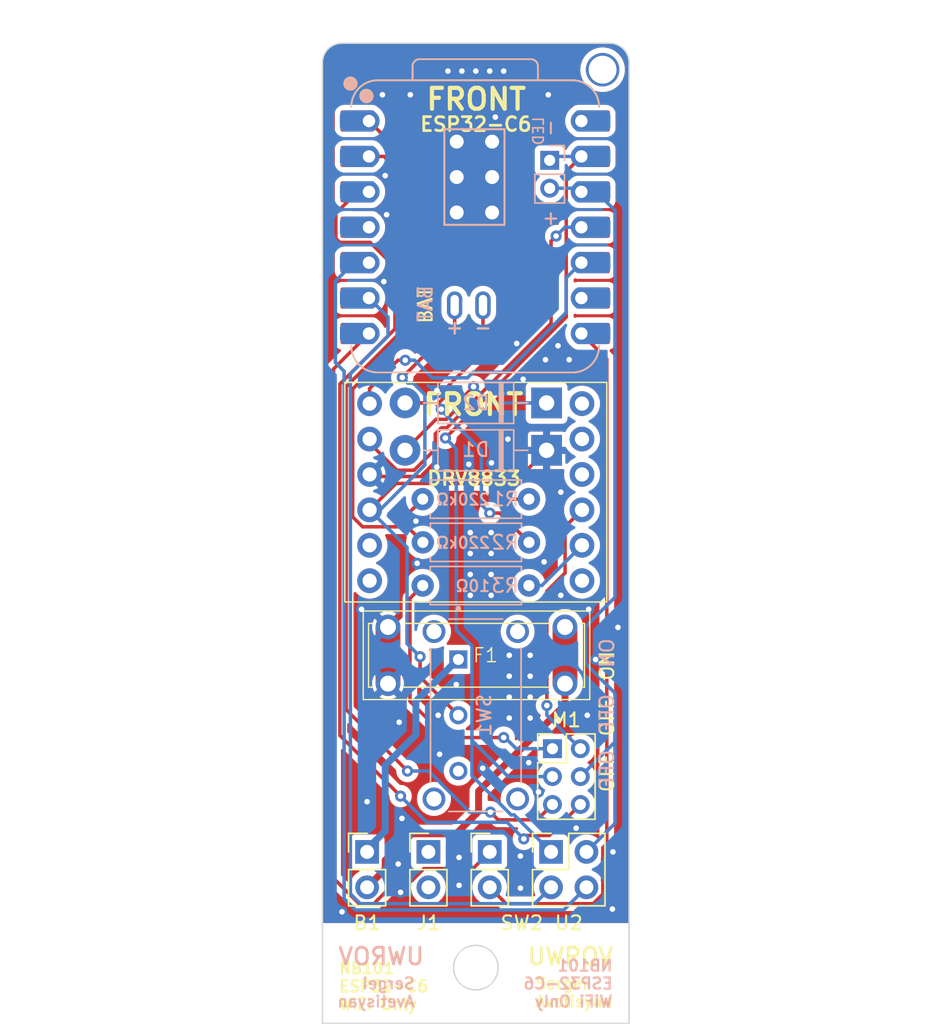
<source format=kicad_pcb>
(kicad_pcb (version 20240108) (generator "pcbnew") (generator_version "8.0")
  (layers (0 "F.Cu" signal) (31 "B.Cu" signal) (34 "B.Paste" user) (35 "F.Paste" user) (36 "B.SilkS" user "B.Silkscreen") (37 "F.SilkS" user "F.Silkscreen") (38 "B.Mask" user) (39 "F.Mask" user) (44 "Edge.Cuts" user))
  (net 0 "")
  (net 1 "Net-(B1-+)")
  (net 2 "Net-(B1--)")
  (net 3 "Net-(D1-K)")
  (net 4 "Net-(SW1-B)")
  (net 5 "Net-(D1-A)")
  (net 6 "Net-(D2-A)")
  (net 7 "Net-(M1--)")
  (net 8 "Net-(M1-+)")
  (net 9 "Net-(U1-D0)")
  (net 10 "Net-(U3-Out4)")
  (net 12 "Net-(SW2-COM)")
  (net 15 "Net-(U1-D5_SCL)")
  (net 16 "Net-(U1-D9)")
  (net 17 "unconnected-(U1-D2-Pad3)")
  (net 18 "unconnected-(U1-D1-Pad2)")
  (net 19 "Net-(U1-D10)")
  (net 21 "Net-(U1-D4_SDA)")
  (net 22 "Net-(U1-VCC_3V3)")
  (net 29 "Net-(U1-GND)")
  (net 30 "Net-(SW2-NC)")
  (footprint "NanoBoardFootprints:XIAO-ESP32C6-DIP" (layer "F.Cu") (at 140 80)
    (property "Reference" "U1")
    (property "Value" "XiaoESP32C6" (hide yes))
    (pad "1" smd roundrect (at -8.5 -7.62 180) (size 2.432 1.524) (layers "F.Cu" "F.Mask") (roundrect_rratio 0.1) (net 9 "Net-(U1-D0)"))
    (pad "1" smd roundrect (at -8.43625 -7.62) (size 2.6485 1.524) (layers "B.Cu" "B.Mask") (net 9 "Net-(U1-D0)"))
    (pad "1" thru_hole circle (at -7.665 -7.62 180) (size 1.524 1.524) (drill 0.889) (layers "*.Cu" "*.Mask") (net 9 "Net-(U1-D0)"))
    (pad "2" smd roundrect (at -8.5 -5.08 180) (size 2.432 1.524) (layers "F.Cu" "F.Mask") (roundrect_rratio 0.1) (net 18 "unconnected-(U1-D1-Pad2)"))
    (pad "2" smd roundrect (at -8.427 -5.08) (size 2.6485 1.524) (layers "B.Cu" "B.Mask") (net 18 "unconnected-(U1-D1-Pad2)"))
    (pad "2" thru_hole circle (at -7.665 -5.08 180) (size 1.524 1.524) (drill 0.889) (layers "*.Cu" "*.Mask") (net 18 "unconnected-(U1-D1-Pad2)"))
    (pad "3" smd roundrect (at -8.5 -2.54 180) (size 2.432 1.524) (layers "F.Cu" "F.Mask") (roundrect_rratio 0.1) (net 17 "unconnected-(U1-D2-Pad3)"))
    (pad "3" smd roundrect (at -8.427 -2.54) (size 2.6485 1.524) (layers "B.Cu" "B.Mask") (net 17 "unconnected-(U1-D2-Pad3)"))
    (pad "3" thru_hole circle (at -7.665 -2.54 180) (size 1.524 1.524) (drill 0.889) (layers "*.Cu" "*.Mask") (net 17 "unconnected-(U1-D2-Pad3)"))
    (pad "4" smd roundrect (at -8.5 0 180) (size 2.432 1.524) (layers "F.Cu" "F.Mask") (roundrect_rratio 0.1))
    (pad "4" smd roundrect (at -8.427 0) (size 2.6485 1.524) (layers "B.Cu" "B.Mask"))
    (pad "4" thru_hole circle (at -7.665 0 180) (size 1.524 1.524) (drill 0.889) (layers "*.Cu" "*.Mask"))
    (pad "5" smd roundrect (at -8.5 2.54 180) (size 2.432 1.524) (layers "F.Cu" "F.Mask") (roundrect_rratio 0.1) (net 21 "Net-(U1-D4_SDA)"))
    (pad "5" smd roundrect (at -8.427 2.54) (size 2.6485 1.524) (layers "B.Cu" "B.Mask") (net 21 "Net-(U1-D4_SDA)"))
    (pad "5" thru_hole circle (at -7.665 2.54 180) (size 1.524 1.524) (drill 0.889) (layers "*.Cu" "*.Mask") (net 21 "Net-(U1-D4_SDA)"))
    (pad "6" smd roundrect (at -8.5 5.08 180) (size 2.432 1.524) (layers "F.Cu" "F.Mask") (roundrect_rratio 0.1) (net 15 "Net-(U1-D5_SCL)"))
    (pad "6" smd roundrect (at -8.427 5.08) (size 2.6485 1.524) (layers "B.Cu" "B.Mask") (net 15 "Net-(U1-D5_SCL)"))
    (pad "6" thru_hole circle (at -7.665 5.08 180) (size 1.524 1.524) (drill 0.889) (layers "*.Cu" "*.Mask") (net 15 "Net-(U1-D5_SCL)"))
    (pad "7" smd roundrect (at -8.5 7.62 180) (size 2.432 1.524) (layers "F.Cu" "F.Mask") (roundrect_rratio 0.1) (net 12 "Net-(SW2-COM)"))
    (pad "7" smd roundrect (at -8.427 7.62) (size 2.6485 1.524) (layers "B.Cu" "B.Mask") (net 12 "Net-(SW2-COM)"))
    (pad "7" thru_hole circle (at -7.665 7.62 180) (size 1.524 1.524) (drill 0.889) (layers "*.Cu" "*.Mask") (net 12 "Net-(SW2-COM)"))
    (pad "8" thru_hole circle (at 7.575 7.62) (size 1.524 1.524) (drill 0.889) (layers "*.Cu" "*.Mask") (net 30 "Net-(SW2-NC)"))
    (pad "8" smd roundrect (at 8.337 7.62) (size 2.6485 1.524) (layers "B.Cu" "B.Mask") (net 30 "Net-(SW2-NC)"))
    (pad "8" smd roundrect (at 8.41 7.62) (size 2.432 1.524) (layers "F.Cu" "F.Mask") (roundrect_rratio 0.1) (net 30 "Net-(SW2-NC)"))
    (pad "9" thru_hole circle (at 7.575 5.08) (size 1.524 1.524) (drill 0.889) (layers "*.Cu" "*.Mask"))
    (pad "9" smd roundrect (at 8.337 5.08) (size 2.6485 1.524) (layers "B.Cu" "B.Mask"))
    (pad "9" smd roundrect (at 8.41 5.08) (size 2.432 1.524) (layers "F.Cu" "F.Mask") (roundrect_rratio 0.1))
    (pad "10" thru_hole circle (at 7.575 2.54) (size 1.524 1.524) (drill 0.889) (layers "*.Cu" "*.Mask") (net 16 "Net-(U1-D9)"))
    (pad "10" smd roundrect (at 8.337 2.54) (size 2.6485 1.524) (layers "B.Cu" "B.Mask") (net 16 "Net-(U1-D9)"))
    (pad "10" smd roundrect (at 8.41 2.54) (size 2.432 1.524) (layers "F.Cu" "F.Mask") (roundrect_rratio 0.1) (net 16 "Net-(U1-D9)"))
    (pad "11" thru_hole circle (at 7.575 0) (size 1.524 1.524) (drill 0.889) (layers "*.Cu" "*.Mask") (net 19 "Net-(U1-D10)"))
    (pad "11" smd roundrect (at 8.337 0) (size 2.6485 1.524) (layers "B.Cu" "B.Mask") (net 19 "Net-(U1-D10)"))
    (pad "11" smd roundrect (at 8.41 0) (size 2.432 1.524) (layers "F.Cu" "F.Mask") (roundrect_rratio 0.1) (net 19 "Net-(U1-D10)"))
    (pad "12" thru_hole circle (at 7.575 -2.54) (size 1.524 1.524) (drill 0.889) (layers "*.Cu" "*.Mask") (net 22 "Net-(U1-VCC_3V3)"))
    (pad "12" smd roundrect (at 8.337 -2.54) (size 2.6485 1.524) (layers "B.Cu" "B.Mask") (net 22 "Net-(U1-VCC_3V3)"))
    (pad "12" smd roundrect (at 8.41 -2.54) (size 2.432 1.524) (layers "F.Cu" "F.Mask") (roundrect_rratio 0.1) (net 22 "Net-(U1-VCC_3V3)"))
    (pad "13" thru_hole circle (at 7.575 -5.08) (size 1.524 1.524) (drill 0.889) (layers "*.Cu" "*.Mask") (net 29 "Net-(U1-GND)"))
    (pad "13" smd roundrect (at 8.337 -5.08) (size 2.6485 1.524) (layers "B.Cu" "B.Mask") (net 29 "Net-(U1-GND)"))
    (pad "13" smd roundrect (at 8.41 -5.08) (size 2.432 1.524) (layers "F.Cu" "F.Mask") (roundrect_rratio 0.1) (net 29 "Net-(U1-GND)"))
    (pad "14" thru_hole circle (at 7.575 -7.62) (size 1.524 1.524) (drill 0.889) (layers "*.Cu" "*.Mask"))
    (pad "14" smd roundrect (at 8.337 -7.62) (size 2.6485 1.524) (layers "B.Cu" "B.Mask"))
    (pad "14" smd roundrect (at 8.41 -7.62) (size 2.432 1.524) (layers "F.Cu" "F.Mask") (roundrect_rratio 0.1))
  )
  (footprint "Connector_PinHeader_2.00mm:PinHeader_2x03_P2.00mm_Vertical" (layer "F.Cu") (at 138.63 73.86)
    (property "Reference" "M1" (hide yes))
    (property "Value" "PinHeader_2x03_P2.00mm_Vertical" (hide yes))
    (pad "1" thru_hole oval (at 0 0) (size 1.35 1.35) (drill 1) (layers "*.Cu" "*.Mask"))
    (pad "2" thru_hole oval (at 2.54 0) (size 1.35 1.35) (drill 1) (layers "*.Cu" "*.Mask"))
    (pad "3" thru_hole oval (at 0 2.54) (size 1.35 1.35) (drill 1) (layers "*.Cu" "*.Mask"))
    (pad "4" thru_hole oval (at 2.54 2.54) (size 1.35 1.35) (drill 1) (layers "*.Cu" "*.Mask"))
    (pad "5" thru_hole oval (at 0 5.08) (size 1.35 1.35) (drill 1) (layers "*.Cu" "*.Mask"))
    (pad "6" thru_hole oval (at 2.54 5.08) (size 1.35 1.35) (drill 1) (layers "*.Cu" "*.Mask"))
  )
  (footprint "Connector_PinHeader_2.54mm:PinHeader_2x02_P2.54mm_Vertical" (layer "F.Cu") (at 145.4 124.8)
    (property "Reference" "U2" (at 1.27 5.1 0) (layer "F.SilkS"))
    (property "Value" "MS583730BA01-50" (hide yes))
    (pad "1" thru_hole rect (at 0 0) (size 1.7 1.7) (drill 1) (layers "*.Cu" "*.Mask") (net 29 "Net-(U1-GND)"))
    (pad "2" thru_hole oval (at 2.54 0) (size 1.7 1.7) (drill 1) (layers "*.Cu" "*.Mask") (net 22 "Net-(U1-VCC_3V3)"))
    (pad "3" thru_hole oval (at 0 2.54) (size 1.7 1.7) (drill 1) (layers "*.Cu" "*.Mask") (net 15 "Net-(U1-D5_SCL)"))
    (pad "4" thru_hole oval (at 2.54 2.54) (size 1.7 1.7) (drill 1) (layers "*.Cu" "*.Mask") (net 21 "Net-(U1-D4_SDA)"))
  )
  (footprint "NanoBoardFootprints:Fuse-Holder-01110501Z" (layer "F.Cu") (at 140.05 110.7)
    (property "Reference" "F1" (at 0.65 0 0) (layer "F.SilkS") (effects (font (thickness 0.1))))
    (property "Value" "0.5A Fuse")
    (pad "1" thru_hole circle (at -6.35 -2.032) (size 1.778 1.778) (drill 1.143) (layers "*.Cu" "*.Mask") (net 3 "Net-(D1-K)"))
    (pad "1" smd rect (at -6.35 0) (size 1.778 4.064) (layers "F.Cu" "F.Mask") (net 3 "Net-(D1-K)"))
    (pad "1" thru_hole circle (at -6.35 2.032) (size 1.778 1.778) (drill 1.143) (layers "*.Cu" "*.Mask") (net 3 "Net-(D1-K)"))
    (pad "2" thru_hole circle (at 6.35 -2.032) (size 1.778 1.778) (drill 1.143) (layers "*.Cu" "*.Mask") (net 2 "Net-(B1--)"))
    (pad "2" smd rect (at 6.35 0) (size 1.778 4.064) (layers "F.Cu" "F.Mask") (net 2 "Net-(B1--)"))
    (pad "2" thru_hole circle (at 6.35 2.032) (size 1.778 1.778) (drill 1.143) (layers "*.Cu" "*.Mask") (net 2 "Net-(B1--)"))
  )
  (footprint "Connector_PinHeader_2.00mm:PinHeader_2x03_P2.00mm_Vertical" (layer "F.Cu") (at 145.5 117.4)
    (property "Reference" "M1" (at 1 -2.06 0) (layer "F.SilkS"))
    (property "Value" "PinHeader_2x03_P2.00mm_Vertical" (hide yes))
    (pad "1" thru_hole rect (at 0 0) (size 1.35 1.35) (drill 0.8) (layers "*.Cu" "*.Mask") (net 7 "Net-(M1--)"))
    (pad "2" thru_hole oval (at 2 0) (size 1.35 1.35) (drill 0.8) (layers "*.Cu" "*.Mask") (net 8 "Net-(M1-+)"))
    (pad "3" thru_hole oval (at 0 2) (size 1.35 1.35) (drill 0.8) (layers "*.Cu" "*.Mask") (net 29 "Net-(U1-GND)"))
    (pad "4" thru_hole oval (at 2 2) (size 1.35 1.35) (drill 0.8) (layers "*.Cu" "*.Mask") (net 22 "Net-(U1-VCC_3V3)"))
    (pad "5" thru_hole oval (at 0 4) (size 1.35 1.35) (drill 0.8) (layers "*.Cu" "*.Mask") (net 18 "unconnected-(U1-D1-Pad2)"))
    (pad "6" thru_hole oval (at 2 4) (size 1.35 1.35) (drill 0.8) (layers "*.Cu" "*.Mask") (net 17 "unconnected-(U1-D2-Pad3)"))
  )
  (footprint "Connector_PinHeader_2.54mm:PinHeader_1x02_P2.54mm_Vertical" (layer "F.Cu") (at 132.2 124.8)
    (property "Reference" "B1" (at 0 5.1 0) (layer "F.SilkS"))
    (property "Value" "6V" (hide yes))
    (pad "1" thru_hole rect (at 0 0) (size 1.7 1.7) (drill 1) (layers "*.Cu" "*.Mask") (net 1 "Net-(B1-+)"))
    (pad "2" thru_hole oval (at 0 2.54) (size 1.7 1.7) (drill 1) (layers "*.Cu" "*.Mask") (net 2 "Net-(B1--)"))
  )
  (footprint "Connector_PinHeader_2.54mm:PinHeader_1x02_P2.54mm_Vertical" (layer "F.Cu") (at 136.6 124.8)
    (property "Reference" "J1" (at 0 5.1 0) (layer "F.SilkS"))
    (property "Value" "Motor_DC" (hide yes))
    (pad "1" thru_hole rect (at 0 0) (size 1.7 1.7) (drill 1) (layers "*.Cu" "*.Mask"))
    (pad "2" thru_hole oval (at 0 2.54) (size 1.7 1.7) (drill 1) (layers "*.Cu" "*.Mask"))
  )
  (footprint "Connector_PinHeader_2.54mm:PinHeader_1x02_P2.54mm_Vertical" (layer "F.Cu") (at 141 124.8)
    (property "Reference" "SW2" (at 2.3 5.1 0) (layer "F.SilkS"))
    (property "Value" "Limit Switch" (hide yes))
    (pad "1" thru_hole rect (at 0 0) (size 1.7 1.7) (drill 1) (layers "*.Cu" "*.Mask") (net 12 "Net-(SW2-COM)"))
    (pad "2" thru_hole oval (at 0 2.54) (size 1.7 1.7) (drill 1) (layers "*.Cu" "*.Mask") (net 30 "Net-(SW2-NC)"))
  )
  (footprint "TestPoint:TestPoint_THTPad_D1.0mm_Drill0.5mm" (layer "F.Cu") (at 149.1 68.7)
    (property "Reference" "REF**" (hide yes))
    (property "Value" "TestPoint_THTPad_D1.0mm_Drill0.5mm" (hide yes))
    (pad "1" thru_hole circle (at 0 0) (size 2.4 2.4) (drill 2) (layers "*.Cu" "*.Mask"))
  )
  (footprint "NanoBoardFootprints:DRV8833-THT" (layer "F.Cu") (at 140 99)
    (property "Reference" "U3" (hide yes))
    (property "Value" "DRV8833-THT" (hide yes))
    (pad "1" thru_hole circle (at 7.62 -6.35) (size 1.778 1.778) (drill 1.016) (layers "*.Cu" "*.Mask"))
    (pad "2" thru_hole circle (at 7.62 -3.81) (size 1.778 1.778) (drill 1.016) (layers "*.Cu" "*.Mask"))
    (pad "3" thru_hole circle (at 7.62 -1.27) (size 1.778 1.778) (drill 1.016) (layers "*.Cu" "*.Mask"))
    (pad "4" thru_hole circle (at 7.62 1.27) (size 1.778 1.778) (drill 1.016) (layers "*.Cu" "*.Mask") (net 8 "Net-(M1-+)"))
    (pad "5" thru_hole circle (at 7.62 3.81) (size 1.778 1.778) (drill 1.016) (layers "*.Cu" "*.Mask") (net 10 "Net-(U3-Out4)"))
    (pad "6" thru_hole circle (at 7.62 6.35) (size 1.778 1.778) (drill 1.016) (layers "*.Cu" "*.Mask"))
    (pad "7" thru_hole circle (at -7.62 6.35) (size 1.778 1.778) (drill 1.016) (layers "*.Cu" "*.Mask"))
    (pad "8" thru_hole circle (at -7.62 3.81) (size 1.778 1.778) (drill 1.016) (layers "*.Cu" "*.Mask"))
    (pad "9" thru_hole circle (at -7.62 1.27) (size 1.778 1.778) (drill 1.016) (layers "*.Cu" "*.Mask") (net 4 "Net-(SW1-B)"))
    (pad "10" thru_hole circle (at -7.62 -1.27) (size 1.778 1.778) (drill 1.016) (layers "*.Cu" "*.Mask") (net 3 "Net-(D1-K)"))
    (pad "11" thru_hole circle (at -7.62 -3.81) (size 1.778 1.778) (drill 1.016) (layers "*.Cu" "*.Mask") (net 19 "Net-(U1-D10)"))
    (pad "12" thru_hole circle (at -7.62 -6.35) (size 1.778 1.778) (drill 1.016) (layers "*.Cu" "*.Mask") (net 16 "Net-(U1-D9)"))
  )
  (footprint "Resistor_THT:R_Axial_DIN0207_L6.3mm_D2.5mm_P7.62mm_Horizontal" (layer "B.Cu") (at 143.81 99.5 180)
    (property "Reference" "R1" (at 1.71 0 0) (layer "B.SilkS") (effects (justify mirror)))
    (property "Value" "220kOhm" (hide yes))
    (pad "1" thru_hole circle (at 0 0 180) (size 1.6 1.6) (drill 0.8) (layers "*.Cu" "*.Mask") (net 4 "Net-(SW1-B)"))
    (pad "2" thru_hole oval (at 7.62 0 180) (size 1.6 1.6) (drill 0.8) (layers "*.Cu" "*.Mask") (net 9 "Net-(U1-D0)"))
  )
  (footprint "Diode_THT:D_DO-41_SOD81_P10.16mm_Horizontal" (layer "B.Cu") (at 145.08 92.6 180)
    (property "Reference" "D2" (at 5.08 0 0) (layer "B.SilkS") (effects (justify mirror)))
    (property "Value" "Rectifier Diode" (hide yes))
    (pad "1" thru_hole rect (at 0 0 180) (size 2.2 2.2) (drill 1.1) (layers "*.Cu" "*.Mask") (net 5 "Net-(D1-A)"))
    (pad "2" thru_hole oval (at 10.16 0 180) (size 2.2 2.2) (drill 1.1) (layers "*.Cu" "*.Mask") (net 6 "Net-(D2-A)"))
  )
  (footprint "Connector_PinHeader_2.54mm:PinHeader_1x02_P2.54mm_Vertical" (layer "B.Cu") (at 138.484 85.6 -90)
    (property "Reference" "BAT")
    (property "Value" "PinHeader_1x02_P2.54mm_Vertical" (hide yes))
    (fp_text user "BAT" (at -1.524 1.524 90) (layer "B.SilkS") (effects (justify left bottom mirror)))
    (fp_text user "BAT" (at 1.397 1.524 90) (layer "F.SilkS") (effects (justify left bottom)))
    (pad "1" thru_hole oval (at 0 0 270) (size 2 1.1) (drill oval 1.5 0.6) (layers "*.Cu" "*.Mask") (net 4 "Net-(SW1-B)"))
    (pad "2" thru_hole oval (at 0 -2.032 270) (size 2 1.1) (drill oval 1.5 0.6) (layers "*.Cu" "*.Mask") (net 6 "Net-(D2-A)"))
  )
  (footprint "NanoBoardFootprints:Slide-Switch-EG1224" (layer "B.Cu") (at 140 115 -90)
    (property "Reference" "SW1" (at 0 -0.6 90) (layer "B.SilkS") (effects (justify mirror)))
    (property "Value" "SW")
    (pad "1" thru_hole rect (at -4 1.25 270) (size 1.298 1.298) (drill 0.79) (layers "*.Cu" "*.Mask") (net 1 "Net-(B1-+)"))
    (pad "2" thru_hole circle (at 0 1.25 270) (size 1.298 1.298) (drill 0.79) (layers "*.Cu" "*.Mask") (net 4 "Net-(SW1-B)"))
    (pad "3" thru_hole circle (at 4 1.25 270) (size 1.298 1.298) (drill 0.79) (layers "*.Cu" "*.Mask"))
    (pad "S1" thru_hole circle (at -6 -3 270) (size 1.635 1.635) (drill 1.09) (layers "*.Cu" "*.Mask"))
    (pad "S2" thru_hole circle (at 6 -3 270) (size 1.635 1.635) (drill 1.09) (layers "*.Cu" "*.Mask"))
    (pad "S3" thru_hole circle (at 6 3 270) (size 1.635 1.635) (drill 1.09) (layers "*.Cu" "*.Mask"))
    (pad "S4" thru_hole circle (at -6 3 270) (size 1.635 1.635) (drill 1.09) (layers "*.Cu" "*.Mask"))
  )
  (footprint "Diode_THT:D_DO-41_SOD81_P10.16mm_Horizontal" (layer "B.Cu") (at 145.08 96 180)
    (property "Reference" "D1" (at 5.08 0.05 0) (layer "B.SilkS") (effects (justify mirror)))
    (property "Value" "Rectifier Diode" (hide yes))
    (pad "1" thru_hole rect (at 0 0 180) (size 2.2 2.2) (drill 1.1) (layers "*.Cu" "*.Mask") (net 3 "Net-(D1-K)"))
    (pad "2" thru_hole oval (at 10.16 0 180) (size 2.2 2.2) (drill 1.1) (layers "*.Cu" "*.Mask") (net 5 "Net-(D1-A)"))
  )
  (footprint "Resistor_THT:R_Axial_DIN0207_L6.3mm_D2.5mm_P7.62mm_Horizontal" (layer "B.Cu") (at 143.81 105.7 180)
    (property "Reference" "R3" (at 1.71 0 0) (layer "B.SilkS") (effects (justify mirror)))
    (property "Value" "10 Ohm" (hide yes))
    (pad "1" thru_hole circle (at 0 0 180) (size 1.6 1.6) (drill 0.8) (layers "*.Cu" "*.Mask") (net 10 "Net-(U3-Out4)"))
    (pad "2" thru_hole oval (at 7.62 0 180) (size 1.6 1.6) (drill 0.8) (layers "*.Cu" "*.Mask") (net 7 "Net-(M1--)"))
  )
  (footprint "Resistor_THT:R_Axial_DIN0207_L6.3mm_D2.5mm_P7.62mm_Horizontal" (layer "B.Cu") (at 143.82 102.6 180)
    (property "Reference" "R2" (at 1.72 0 0) (layer "B.SilkS") (effects (justify mirror)))
    (property "Value" "220kOhm" (hide yes))
    (pad "1" thru_hole circle (at 0 0 180) (size 1.6 1.6) (drill 0.8) (layers "*.Cu" "*.Mask") (net 6 "Net-(D2-A)"))
    (pad "2" thru_hole oval (at 7.62 0 180) (size 1.6 1.6) (drill 0.8) (layers "*.Cu" "*.Mask") (net 9 "Net-(U1-D0)"))
  )
  (footprint "Connector_PinHeader_2.00mm:PinHeader_1x02_P2.00mm_Vertical" (layer "B.Cu") (at 145.3 75.2 180)
    (property "Reference" "LED" (at 0.8 2.1 90) (layer "B.SilkS") (effects (font (size 0.75 0.75) (thickness 0.12)) (justify mirror)))
    (property "Value" "PinHeader_1x02_P2.00mm_Vertical" (hide yes))
    (pad "1" thru_hole rect (at 0 0 180) (size 1.35 1.35) (drill 0.8) (layers "*.Cu" "*.Mask") (net 29 "Net-(U1-GND)"))
    (pad "2" thru_hole oval (at 0 -2 180) (size 1.35 1.35) (drill 0.8) (layers "*.Cu" "*.Mask") (net 22 "Net-(U1-VCC_3V3)"))
  )
  (gr_line (start 129 137.1) (end 129 68.2) (stroke (width 0.1)) (layer "Edge.Cuts"))
  (gr_line (start 151 68.2) (end 151 137.1) (stroke (width 0.1)) (layer "Edge.Cuts"))
  (gr_line (start 151 137.1) (end 129 137.1) (stroke (width 0.1)) (layer "Edge.Cuts"))
  (gr_circle (center 140 133.1) (end 141.6 133.1) (stroke (width 0.1)) (fill none) (layer "Edge.Cuts"))
  (gr_line (start 130.4 66.8) (end 149.6 66.8) (stroke (width 0.1)) (layer "Edge.Cuts"))
  (gr_arc (start 149.6 66.8) (mid 150.589949 67.210051) (end 151 68.2) (stroke (width 0.1)) (layer "Edge.Cuts"))
  (gr_arc (start 129 68.2) (mid 129.410051 67.210051) (end 130.4 66.8) (stroke (width 0.1)) (layer "Edge.Cuts"))
  (gr_text "ON" (at 150 109.4 90) (layer "B.SilkS") (effects (font (size 1 1)) (justify left bottom mirror)))
  (gr_text "10Ω" (at 141.1 106.2 0) (layer "B.SilkS") (effects (font (size 0.8 0.8) (thickness 0.15) (bold yes)) (justify left bottom mirror)))
  (gr_text "OFF" (at 150 117.4 90) (layer "B.SilkS") (effects (font (size 1 1)) (justify left bottom mirror)))
  (gr_text "+" (at 145.9 80.1 90) (layer "B.SilkS") (effects (font (size 1 1)) (justify left bottom)))
  (gr_text "Sergei\nAvetisyan" (at 135.7 136 0) (layer "B.SilkS") (effects (font (size 0.8 0.8) (thickness 0.15) (bold yes)) (justify left bottom mirror)))
  (gr_text "UWROV" (at 136.4 133 0) (layer "B.SilkS") (effects (font (size 1.2 1.2) (thickness 0.2) (bold yes)) (justify left bottom mirror)))
  (gr_text "OFF" (at 150 113.4 90) (layer "B.SilkS") (effects (font (size 1 1)) (justify left bottom mirror)))
  (gr_text "220kΩ" (at 141.1 100 0) (layer "B.SilkS") (effects (font (size 0.8 0.8) (thickness 0.15) (bold yes)) (justify left bottom mirror)))
  (gr_text "NB101\nESP32-C6\nWiFi Only\n" (at 149.9 136 0) (layer "B.SilkS") (effects (font (size 0.8 0.8) (thickness 0.16) (bold yes)) (justify left bottom mirror)))
  (gr_text "220kΩ" (at 141.1 103.1 0) (layer "B.SilkS") (effects (font (size 0.8 0.8) (thickness 0.15) (bold yes)) (justify left bottom mirror)))
  (gr_text "-\n" (at 145.9 73.6 90) (layer "B.SilkS") (effects (font (size 1 1)) (justify left bottom)))
  (gr_text "OFF" (at 150 120.6 90) (layer "F.SilkS") (effects (font (size 1 1)) (justify left bottom)))
  (gr_text "FRONT" (at 136.1 93.6 0) (layer "F.SilkS") (effects (font (size 1.5 1.5) (thickness 0.3) (bold yes)) (justify left bottom)))
  (gr_text "UWROV" (at 143.6 133 0) (layer "F.SilkS") (effects (font (size 1.2 1.2) (thickness 0.2) (bold yes)) (justify left bottom)))
  (gr_text "OFF" (at 150 116.6 90) (layer "F.SilkS") (effects (font (size 1 1)) (justify left bottom)))
  (gr_text "ON" (at 150 112.6 90) (layer "F.SilkS") (effects (font (size 1 1)) (justify left bottom)))
  (gr_text "FRONT" (at 136.3 71.7 0) (layer "F.SilkS") (effects (font (size 1.5 1.5) (thickness 0.3) (bold yes)) (justify left bottom)))
  (gr_text "Sergei\nAvetisyan" (at 144.2 136 0) (layer "F.SilkS") (effects (font (size 0.8 0.8) (thickness 0.15) (bold yes)) (justify left bottom)))
  (gr_text "DRV8833" (at 136.4 98.6 0) (layer "F.SilkS") (effects (font (size 1 1) (thickness 0.2) (bold yes)) (justify left bottom)))
  (gr_text "NB101\nESP32-C6\nWiFi Only\n" (at 130.1 136.2 0) (layer "F.SilkS") (effects (font (size 0.8 0.8) (thickness 0.16) (bold yes)) (justify left bottom)))
  (gr_text "ESP32-C6" (at 135.9 73.2 0) (layer "F.SilkS") (effects (font (size 1 1) (thickness 0.2) (bold yes)) (justify left bottom)))
  (segment (start 133.5 123.3) (end 132.2 124.6) (width 0.5) (layer "B.Cu") (net 1))
  (segment (start 138.7 111) (end 135.7 114) (width 0.5) (layer "B.Cu") (net 1))
  (segment (start 138.7 111) (end 138.75 111) (width 0.25) (layer "B.Cu") (net 1))
  (segment (start 132.2 124.6) (end 132.2 124.8) (width 0.5) (layer "B.Cu") (net 1))
  (segment (start 135.7 116.4) (end 133.5 118.6) (width 0.5) (layer "B.Cu") (net 1))
  (segment (start 132.2 124.8) (end 132.2 124.7) (width 0.25) (layer "B.Cu") (net 1))
  (segment (start 133.5 118.6) (end 133.5 123.3) (width 0.5) (layer "B.Cu") (net 1))
  (segment (start 135.7 114) (end 135.7 116.4) (width 0.5) (layer "B.Cu") (net 1))
  (segment (start 140.2 120.45) (end 146.4 114.25) (width 0.5) (layer "F.Cu") (net 2))
  (segment (start 132.2 127.34) (end 133.5 126.04) (width 0.5) (layer "F.Cu") (net 2))
  (segment (start 133.5 125.4) (end 135.4 123.5) (width 0.5) (layer "F.Cu") (net 2))
  (segment (start 133.5 126.04) (end 133.5 125.4) (width 0.5) (layer "F.Cu") (net 2))
  (segment (start 140.2 121.9) (end 140.2 120.45) (width 0.5) (layer "F.Cu") (net 2))
  (segment (start 138.6 123.5) (end 140.2 121.9) (width 0.5) (layer "F.Cu") (net 2))
  (segment (start 146.4 114.25) (end 146.4 112.732) (width 0.5) (layer "F.Cu") (net 2))
  (segment (start 135.4 123.5) (end 138.6 123.5) (width 0.5) (layer "F.Cu") (net 2))
  (segment (start 132.525 97.875) (end 143.205 97.875) (width 0.25) (layer "F.Cu") (net 3))
  (segment (start 132.38 97.73) (end 132.525 97.875) (width 0.25) (layer "F.Cu") (net 3))
  (segment (start 132.38 97.73) (end 132.65 98) (width 0.25) (layer "F.Cu") (net 3))
  (segment (start 143.205 97.875) (end 145.08 96) (width 0.25) (layer "F.Cu") (net 3))
  (via (at 146.1 99) (size 0.8) (drill 0.4) (layers "F.Cu" "B.Cu") (net 3))
  (via (at 141.1 101.9) (size 0.8) (drill 0.4) (layers "F.Cu" "B.Cu") (net 3))
  (via (at 147.2 123.1) (size 0.8) (drill 0.4) (layers "F.Cu" "B.Cu") (net 3))
  (via (at 146.1 106.4) (size 0.8) (drill 0.4) (layers "F.Cu" "B.Cu") (net 3))
  (via (at 149.84 124.8) (size 0.8) (drill 0.4) (layers "F.Cu" "B.Cu") (net 3))
  (via (at 142.4 110.7) (size 0.8) (drill 0.4) (layers "F.Cu" "B.Cu") (net 3))
  (via (at 139.6 104.9) (size 0.8) (drill 0.4) (layers "F.Cu" "B.Cu") (net 3))
  (via (at 141.125 96.9) (size 0.8) (drill 0.4) (layers "F.Cu" "B.Cu") (net 3))
  (via (at 131.8 107.4) (size 0.8) (drill 0.4) (layers "F.Cu" "B.Cu") (net 3))
  (via (at 142 68.8) (size 0.8) (drill 0.4) (layers "F.Cu" "B.Cu") (net 3))
  (via (at 144.5 120.5) (size 0.8) (drill 0.4) (layers "F.Cu" "B.Cu") (net 3))
  (via (at 145 89.5) (size 0.8) (drill 0.4) (layers "F.Cu" "B.Cu") (net 3))
  (via (at 135.79 104.1) (size 0.8) (drill 0.4) (layers "F.Cu" "B.Cu") (net 3))
  (via (at 143.2 127.4) (size 0.8) (drill 0.4) (layers "F.Cu" "B.Cu") (net 3))
  (via (at 141.1 103.4) (size 0.8) (drill 0.4) (layers "F.Cu" "B.Cu") (net 3))
  (via (at 143.4 90.9) (size 0.8) (drill 0.4) (layers "F.Cu" "B.Cu") (net 3))
  (via (at 134.5 115.5) (size 0.8) (drill 0.4) (layers "F.Cu" "B.Cu") (net 3))
  (via (at 138.8 127.2) (size 0.8) (drill 0.4) (layers "F.Cu" "B.Cu") (net 3))
  (via (at 143.9 110.7) (size 0.8) (drill 0.4) (layers "F.Cu" "B.Cu") (net 3))
  (via (at 133.6 79.1) (size 0.8) (drill 0.4) (layers "F.Cu" "B.Cu") (net 3))
  (via (at 148.6 111) (size 0.8) (drill 0.4) (layers "F.Cu" "B.Cu") (net 3))
  (via (at 133.3 70.5) (size 0.8) (drill 0.4) (layers "F.Cu" "B.Cu") (net 3))
  (via (at 148 115) (size 0.8) (drill 0.4) (layers "F.Cu" "B.Cu") (net 3))
  (via (at 144.9 104) (size 0.8) (drill 0.4) (layers "F.Cu" "B.Cu") (net 3))
  (via (at 132.2 121.2) (size 0.8) (drill 0.4) (layers "F.Cu" "B.Cu") (net 3))
  (via (at 141.4 72.1) (size 0.8) (drill 0.4) (layers "F.Cu" "B.Cu") (net 3))
  (via (at 145.2 70.5) (size 0.8) (drill 0.4) (layers "F.Cu" "B.Cu") (net 3))
  (via (at 142.4 113.7) (size 0.8) (drill 0.4) (layers "F.Cu" "B.Cu") (net 3))
  (via (at 142.3 95.2) (size 0.8) (drill 0.4) (layers "F.Cu" "B.Cu") (net 3))
  (via (at 139.6 103.4) (size 0.8) (drill 0.4) (layers "F.Cu" "B.Cu") (net 3))
  (via (at 143.9 112.2) (size 0.8) (drill 0.4) (layers "F.Cu" "B.Cu") (net 3))
  (via (at 146.7 89.5) (size 0.8) (drill 0.4) (layers "F.Cu" "B.Cu") (net 3))
  (via (at 150.2 108.7) (size 0.8) (drill 0.4) (layers "F.Cu" "B.Cu") (net 3))
  (via (at 140 68.8) (size 0.8) (drill 0.4) (layers "F.Cu" "B.Cu") (net 3))
  (via (at 137.4 117.8) (size 0.8) (drill 0.4) (layers "F.Cu" "B.Cu") (net 3))
  (via (at 134.6 127.7) (size 0.8) (drill 0.4) (layers "F.Cu" "B.Cu") (net 3))
  (via (at 138 68.8) (size 0.8) (drill 0.4) (layers "F.Cu" "B.Cu") (net 3))
  (via (at 134.7 122.4) (size 0.8) (drill 0.4) (layers "F.Cu" "B.Cu") (net 3))
  (via (at 145.9 88.5) (size 0.8) (drill 0.4) (layers "F.Cu" "B.Cu") (net 3))
  (via (at 142.936777 88.336777) (size 0.8) (drill 0.4) (layers "F.Cu" "B.Cu") (net 3))
  (via (at 137.211246 91.709726) (size 0.8) (drill 0.4) (layers "F.Cu" "B.Cu") (net 3))
  (via (at 137.3 115) (size 0.8) (drill 0.4) (layers "F.Cu" "B.Cu") (net 3))
  (via (at 134.432214 125.669868) (size 0.8) (drill 0.4) (layers "F.Cu" "B.Cu") (net 3))
  (via (at 133.4 83.9) (size 0.8) (drill 0.4) (layers "F.Cu" "B.Cu") (net 3))
  (via (at 143.9 113.7) (size 0.8) (drill 0.4) (layers "F.Cu" "B.Cu") (net 3))
  (via (at 143.9 115.2) (size 0.8) (drill 0.4) (layers "F.Cu" "B.Cu") (net 3))
  (via (at 133.5 76.3) (size 0.8) (drill 0.4) (layers "F.Cu" "B.Cu") (net 3))
  (via (at 141.1 106.4) (size 0.8) (drill 0.4) (layers "F.Cu" "B.Cu") (net 3))
  (via (at 135.3 70.5) (size 0.8) (drill 0.4) (layers "F.Cu" "B.Cu") (net 3))
  (via (at 143.8 118.4) (size 0.8) (drill 0.4) (layers "F.Cu" "B.Cu") (net 3))
  (via (at 139.6 101.9) (size 0.8) (drill 0.4) (layers "F.Cu" "B.Cu") (net 3))
  (via (at 141.1 104.9) (size 0.8) (drill 0.4) (layers "F.Cu" "B.Cu") (net 3))
  (via (at 139.6 106.4) (size 0.8) (drill 0.4) (layers "F.Cu" "B.Cu") (net 3))
  (via (at 148.1 107.4) (size 0.8) (drill 0.4) (layers "F.Cu" "B.Cu") (net 3))
  (via (at 139 68.8) (size 0.8) (drill 0.4) (layers "F.Cu" "B.Cu") (net 3))
  (via (at 138.8 125.2) (size 0.8) (drill 0.4) (layers "F.Cu" "B.Cu") (net 3))
  (via (at 149.8 128.9) (size 0.8) (drill 0.4) (layers "F.Cu" "B.Cu") (net 3))
  (via (at 140.5 118.8) (size 0.8) (drill 0.4) (layers "F.Cu" "B.Cu") (net 3))
  (via (at 138.6 112.8) (size 0.8) (drill 0.4) (layers "F.Cu" "B.Cu") (net 3))
  (via (at 137.2 97.2) (size 0.8) (drill 0.4) (layers "F.Cu" "B.Cu") (net 3))
  (via (at 135.702222 101.076916) (size 0.8) (drill 0.4) (layers "F.Cu" "B.Cu") (net 3))
  (via (at 143.2 125.1) (size 0.8) (drill 0.4) (layers "F.Cu" "B.Cu") (net 3))
  (via (at 142.4 112.2) (size 0.8) (drill 0.4) (layers "F.Cu" "B.Cu") (net 3))
  (via (at 130.4 129.1) (size 0.8) (drill 0.4) (layers "F.Cu" "B.Cu") (net 3))
  (via (at 142.4 115.2) (size 0.8) (drill 0.4) (layers "F.Cu" "B.Cu") (net 3))
  (via (at 139.5 97) (size 0.8) (drill 0.4) (layers "F.Cu" "B.Cu") (net 3))
  (via (at 141 68.8) (size 0.8) (drill 0.4) (layers "F.Cu" "B.Cu") (net 3))
  (segment (start 142.1 99.5) (end 143.81 99.5) (width 0.25) (layer "F.Cu") (net 4))
  (segment (start 136 110.8) (end 136 112.25) (width 0.25) (layer "F.Cu") (net 4))
  (segment (start 138.484 87.016) (end 138.484 85.6) (width 0.25) (layer "F.Cu") (net 4))
  (segment (start 136 112.25) (end 138.75 115) (width 0.25) (layer "F.Cu") (net 4))
  (segment (start 134.723172 90.776828) (end 138.484 87.016) (width 0.25) (layer "F.Cu") (net 4))
  (segment (start 142.1 99.5) (end 142 99.5) (width 0.25) (layer "F.Cu") (net 4))
  (segment (start 142 99.5) (end 140.875 98.375) (width 0.25) (layer "F.Cu") (net 4))
  (segment (start 134.275 98.375) (end 132.38 100.27) (width 0.25) (layer "F.Cu") (net 4))
  (segment (start 140.875 98.375) (end 134.275 98.375) (width 0.25) (layer "F.Cu") (net 4))
  (via (at 134.723172 90.776828) (size 0.8) (drill 0.4) (layers "F.Cu" "B.Cu") (net 4))
  (via (at 136 110.8) (size 0.8) (drill 0.4) (layers "F.Cu" "B.Cu") (net 4))
  (segment (start 135.065 109.865) (end 135.065 102.955) (width 0.25) (layer "B.Cu") (net 4))
  (segment (start 134.723172 90.776828) (end 135.121344 91.175) (width 0.25) (layer "B.Cu") (net 4))
  (segment (start 136 110.8) (end 135.065 109.865) (width 0.25) (layer "B.Cu") (net 4))
  (segment (start 133.13 100.27) (end 132.38 100.27) (width 0.25) (layer "B.Cu") (net 4))
  (segment (start 135.510255 91.175) (end 136.345 92.009745) (width 0.25) (layer "B.Cu") (net 4))
  (segment (start 135.065 102.955) (end 132.38 100.27) (width 0.25) (layer "B.Cu") (net 4))
  (segment (start 136.345 97.055) (end 133.13 100.27) (width 0.25) (layer "B.Cu") (net 4))
  (segment (start 136.345 92.009745) (end 136.345 97.055) (width 0.25) (layer "B.Cu") (net 4))
  (segment (start 135.121344 91.175) (end 135.510255 91.175) (width 0.25) (layer "B.Cu") (net 4))
  (segment (start 137.145 93.775) (end 134.92 96) (width 0.25) (layer "F.Cu") (net 5))
  (segment (start 138.7 92.573554) (end 138.7 92.962464) (width 0.25) (layer "F.Cu") (net 5))
  (segment (start 138.7 92.962464) (end 137.887464 93.775) (width 0.25) (layer "F.Cu") (net 5))
  (segment (start 137.887464 93.775) (end 137.145 93.775) (width 0.25) (layer "F.Cu") (net 5))
  (segment (start 139.836777 91.436777) (end 138.7 92.573554) (width 0.25) (layer "F.Cu") (net 5))
  (via (at 139.836777 91.436777) (size 0.8) (drill 0.4) (layers "F.Cu" "B.Cu") (net 5))
  (segment (start 141 92.6) (end 145.08 92.6) (width 0.25) (layer "B.Cu") (net 5))
  (segment (start 139.836777 91.436777) (end 141 92.6) (width 0.25) (layer "B.Cu") (net 5))
  (segment (start 137.936246 91.463754) (end 137.936246 92.010031) (width 0.25) (layer "F.Cu") (net 6))
  (segment (start 140.516 88.884) (end 137.936246 91.463754) (width 0.25) (layer "F.Cu") (net 6))
  (segment (start 141 100.5) (end 141.72 100.5) (width 0.25) (layer "F.Cu") (net 6))
  (segment (start 137.075 92.6) (end 134.92 92.6) (width 0.25) (layer "F.Cu") (net 6))
  (segment (start 137.346277 92.6) (end 134.92 92.6) (width 0.25) (layer "F.Cu") (net 6))
  (segment (start 137.936246 92.010031) (end 137.346277 92.6) (width 0.25) (layer "F.Cu") (net 6))
  (segment (start 140.516 85.6) (end 140.516 88.884) (width 0.25) (layer "F.Cu") (net 6))
  (segment (start 137.525 93.05) (end 137.075 92.6) (width 0.25) (layer "F.Cu") (net 6))
  (segment (start 141.72 100.5) (end 143.82 102.6) (width 0.25) (layer "F.Cu") (net 6))
  (via (at 141 100.5) (size 0.8) (drill 0.4) (layers "F.Cu" "B.Cu") (net 6))
  (via (at 137.525 93.05) (size 0.8) (drill 0.4) (layers "F.Cu" "B.Cu") (net 6))
  (segment (start 140.4 96) (end 137.525 93.125) (width 0.25) (layer "B.Cu") (net 6))
  (segment (start 140.4 99.9) (end 140.4 96) (width 0.25) (layer "B.Cu") (net 6))
  (segment (start 141 100.5) (end 140.4 99.9) (width 0.25) (layer "B.Cu") (net 6))
  (segment (start 137.525 93.125) (end 137.525 93.05) (width 0.25) (layer "B.Cu") (net 6))
  (segment (start 135.275 106.615) (end 135.275 113.3) (width 0.25) (layer "F.Cu") (net 7))
  (segment (start 135.275 113.3) (end 135.275 113.475) (width 0.25) (layer "F.Cu") (net 7))
  (segment (start 137.874695 116.6) (end 142 116.6) (width 0.25) (layer "F.Cu") (net 7))
  (segment (start 135.275 114.000305) (end 137.874695 116.6) (width 0.25) (layer "F.Cu") (net 7))
  (segment (start 135.275 113.3) (end 135.275 114.000305) (width 0.25) (layer "F.Cu") (net 7))
  (segment (start 136.19 105.7) (end 135.275 106.615) (width 0.25) (layer "F.Cu") (net 7))
  (via (at 142 116.6) (size 0.8) (drill 0.4) (layers "F.Cu" "B.Cu") (net 7))
  (segment (start 142.9 117.4) (end 145.5 117.4) (width 0.25) (layer "B.Cu") (net 7))
  (segment (start 142.1 116.6) (end 142.9 117.4) (width 0.25) (layer "B.Cu") (net 7))
  (segment (start 142 116.6) (end 142.1 116.6) (width 0.25) (layer "B.Cu") (net 7))
  (segment (start 145.1 106.1) (end 146.406 104.794) (width 0.25) (layer "F.Cu") (net 8))
  (segment (start 145.1 114.3) (end 145.1 106.1) (width 0.25) (layer "F.Cu") (net 8))
  (segment (start 146.406 101.484) (end 147.62 100.27) (width 0.25) (layer "F.Cu") (net 8))
  (segment (start 146.406 104.794) (end 146.406 101.484) (width 0.25) (layer "F.Cu") (net 8))
  (via (at 145.1 114.3) (size 0.8) (drill 0.4) (layers "F.Cu" "B.Cu") (net 8))
  (segment (start 145.1 115) (end 145.1 114.3) (width 0.25) (layer "B.Cu") (net 8))
  (segment (start 147.5 117.4) (end 145.1 115) (width 0.25) (layer "B.Cu") (net 8))
  (segment (start 135.1 87.665043) (end 131.166 91.599043) (width 0.25) (layer "F.Cu") (net 9))
  (segment (start 131.166 91.599043) (end 131.166 100.772856) (width 0.25) (layer "F.Cu") (net 9))
  (segment (start 135.084 101.484) (end 134.206 101.484) (width 0.25) (layer "F.Cu") (net 9))
  (segment (start 131.877144 101.484) (end 134.206 101.484) (width 0.25) (layer "F.Cu") (net 9))
  (segment (start 136.2 102.6) (end 135.084 101.484) (width 0.25) (layer "F.Cu") (net 9))
  (segment (start 134.206 101.484) (end 136.19 99.5) (width 0.25) (layer "F.Cu") (net 9))
  (segment (start 135.1 75.145) (end 135.1 87.665043) (width 0.25) (layer "F.Cu") (net 9))
  (segment (start 132.335 72.38) (end 135.1 75.145) (width 0.25) (layer "F.Cu") (net 9))
  (segment (start 131.166 100.772856) (end 131.877144 101.484) (width 0.25) (layer "F.Cu") (net 9))
  (segment (start 144.73 105.7) (end 143.81 105.7) (width 0.25) (layer "B.Cu") (net 10))
  (segment (start 147.62 102.81) (end 144.73 105.7) (width 0.25) (layer "B.Cu") (net 10))
  (segment (start 133.375 127.826701) (end 133.375 127.825) (width 0.25) (layer "F.Cu") (net 12))
  (segment (start 134.346701 126.853299) (end 135.425 126.853299) (width 0.25) (layer "F.Cu") (net 12))
  (segment (start 135.425 126.853299) (end 136.278299 126) (width 0.25) (layer "F.Cu") (net 12))
  (segment (start 133.375 127.825) (end 134.346701 126.853299) (width 0.25) (layer "F.Cu") (net 12))
  (segment (start 132.335 87.62) (end 129.8 90.155) (width 0.25) (layer "F.Cu") (net 12))
  (segment (start 139.8 126) (end 141 124.8) (width 0.25) (layer "F.Cu") (net 12))
  (segment (start 129.8 90.155) (end 129.8 126.7) (width 0.25) (layer "F.Cu") (net 12))
  (segment (start 136.278299 126) (end 139.8 126) (width 0.25) (layer "F.Cu") (net 12))
  (segment (start 131.615 128.515) (end 132.686701 128.515) (width 0.25) (layer "F.Cu") (net 12))
  (segment (start 129.8 126.7) (end 131.615 128.515) (width 0.25) (layer "F.Cu") (net 12))
  (segment (start 132.686701 128.515) (end 133.375 127.826701) (width 0.25) (layer "F.Cu") (net 12))
  (segment (start 144.225 128.515) (end 131.713299 128.515) (width 0.25) (layer "B.Cu") (net 15))
  (segment (start 145.4 127.34) (end 144.225 128.515) (width 0.25) (layer "B.Cu") (net 15))
  (segment (start 133.7 86.445) (end 132.335 85.08) (width 0.25) (layer "B.Cu") (net 15))
  (segment (start 131.713299 128.515) (end 131 127.801701) (width 0.25) (layer "B.Cu") (net 15))
  (segment (start 131 90.515684) (end 133.7 87.815684) (width 0.25) (layer "B.Cu") (net 15))
  (segment (start 131 127.801701) (end 131 90.515684) (width 0.25) (layer "B.Cu") (net 15))
  (segment (start 133.7 87.815684) (end 133.7 86.445) (width 0.25) (layer "B.Cu") (net 15))
  (segment (start 134.937347 89.537347) (end 134.412193 89.537347) (width 0.25) (layer "F.Cu") (net 16))
  (segment (start 134.412193 89.537347) (end 132.38 91.56954) (width 0.25) (layer "F.Cu") (net 16))
  (segment (start 132.38 91.56954) (end 132.38 92.65) (width 0.25) (layer "F.Cu") (net 16))
  (via (at 134.937347 89.537347) (size 0.8) (drill 0.4) (layers "F.Cu" "B.Cu") (net 16))
  (segment (start 136.874695 90.8) (end 139.4 90.8) (width 0.25) (layer "B.Cu") (net 16))
  (segment (start 146.488 86.112) (end 146.488 83.627) (width 0.25) (layer "B.Cu") (net 16))
  (segment (start 139.8 90.4) (end 142.2 90.4) (width 0.25) (layer "B.Cu") (net 16))
  (segment (start 139.4 90.8) (end 139.8 90.4) (width 0.25) (layer "B.Cu") (net 16))
  (segment (start 134.937347 89.537347) (end 135.612042 89.537347) (width 0.25) (layer "B.Cu") (net 16))
  (segment (start 135.612042 89.537347) (end 136.874695 90.8) (width 0.25) (layer "B.Cu") (net 16))
  (segment (start 146.488 83.627) (end 147.575 82.54) (width 0.25) (layer "B.Cu") (net 16))
  (segment (start 142.2 90.4) (end 146.488 86.112) (width 0.25) (layer "B.Cu") (net 16))
  (segment (start 143.443678 123.868983) (end 143.687661 123.625) (width 0.25) (layer "F.Cu") (net 17))
  (segment (start 130.234432 81.087) (end 129.959 80.811568) (width 0.25) (layer "F.Cu") (net 17))
  (segment (start 143.687661 123.625) (end 145.275 123.625) (width 0.25) (layer "F.Cu") (net 17))
  (segment (start 129.959 80.811568) (end 129.959 79.001) (width 0.25) (layer "F.Cu") (net 17))
  (segment (start 134.6 120.8) (end 130.25 116.45) (width 0.25) (layer "F.Cu") (net 17))
  (segment (start 130.25 116.45) (end 130.25 91.242251) (width 0.25) (layer "F.Cu") (net 17))
  (segment (start 134.2 87.292251) (end 134.2 82.867749) (width 0.25) (layer "F.Cu") (net 17))
  (segment (start 132.419251 81.087) (end 130.234432 81.087) (width 0.25) (layer "F.Cu") (net 17))
  (segment (start 145.275 123.625) (end 147.5 121.4) (width 0.25) (layer "F.Cu") (net 17))
  (segment (start 130.25 91.242251) (end 134.2 87.292251) (width 0.25) (layer "F.Cu") (net 17))
  (segment (start 129.959 79.001) (end 131.5 77.46) (width 0.25) (layer "F.Cu") (net 17))
  (segment (start 134.2 82.867749) (end 132.419251 81.087) (width 0.25) (layer "F.Cu") (net 17))
  (via (at 143.443678 123.868983) (size 0.8) (drill 0.4) (layers "F.Cu" "B.Cu") (net 17))
  (via (at 134.6 120.8) (size 0.8) (drill 0.4) (layers "F.Cu" "B.Cu") (net 17))
  (segment (start 136.475 122.675) (end 134.6 120.8) (width 0.25) (layer "B.Cu") (net 17))
  (segment (start 142.249695 122.675) (end 136.475 122.675) (width 0.25) (layer "B.Cu") (net 17))
  (segment (start 143.443678 123.868983) (end 142.249695 122.675) (width 0.25) (layer "B.Cu") (net 17))
  (segment (start 130.7 114.6) (end 130.7 91.428647) (width 0.25) (layer "F.Cu") (net 18))
  (segment (start 133.41263 74.92) (end 132.335 74.92) (width 0.25) (layer "F.Cu") (net 18))
  (segment (start 144.4 122.5) (end 142.9 122.5) (width 0.25) (layer "F.Cu") (net 18))
  (segment (start 145.5 121.4) (end 144.4 122.5) (width 0.25) (layer "F.Cu") (net 18))
  (segment (start 142.9 122.5) (end 142.7 122.5) (width 0.25) (layer "F.Cu") (net 18))
  (segment (start 135.1 119) (end 130.7 114.6) (width 0.25) (layer "F.Cu") (net 18))
  (segment (start 130.7 91.428647) (end 134.65 87.478647) (width 0.25) (layer "F.Cu") (net 18))
  (segment (start 141.6 122.5) (end 141.05 121.95) (width 0.25) (layer "F.Cu") (net 18))
  (segment (start 134.65 87.478647) (end 134.65 76.15737) (width 0.25) (layer "F.Cu") (net 18))
  (segment (start 142.9 122.5) (end 141.6 122.5) (width 0.25) (layer "F.Cu") (net 18))
  (segment (start 134.65 76.15737) (end 133.41263 74.92) (width 0.25) (layer "F.Cu") (net 18))
  (via (at 135.1 119) (size 0.8) (drill 0.4) (layers "F.Cu" "B.Cu") (net 18))
  (via (at 141.05 121.95) (size 0.8) (drill 0.4) (layers "F.Cu" "B.Cu") (net 18))
  (segment (start 136.615739 119) (end 135.1 119) (width 0.25) (layer "B.Cu") (net 18))
  (segment (start 139.565739 121.95) (end 136.615739 119) (width 0.25) (layer "B.Cu") (net 18))
  (segment (start 141.05 121.95) (end 139.565739 121.95) (width 0.25) (layer "B.Cu") (net 18))
  (segment (start 137.092628 95.907372) (end 135.575 97.425) (width 0.25) (layer "F.Cu") (net 19))
  (segment (start 137.906232 94.392628) (end 137.517323 94.392628) (width 0.25) (layer "F.Cu") (net 19))
  (segment (start 135.575 97.425) (end 134.329745 97.425) (width 0.25) (layer "F.Cu") (net 19))
  (segment (start 132.38 95.475255) (end 132.38 95.19) (width 0.25) (layer "F.Cu") (net 19))
  (segment (start 145.763 80.6315) (end 145.4 80.9945) (width 0.25) (layer "F.Cu") (net 19))
  (segment (start 134.329745 97.425) (end 132.38 95.475255) (width 0.25) (layer "F.Cu") (net 19))
  (segment (start 137.092628 94.817323) (end 137.092628 95.907372) (width 0.25) (layer "F.Cu") (net 19))
  (segment (start 137.517323 94.392628) (end 137.092628 94.817323) (width 0.25) (layer "F.Cu") (net 19))
  (segment (start 145.4 80.9945) (end 145.4 86.89886) (width 0.25) (layer "F.Cu") (net 19))
  (segment (start 145.4 86.89886) (end 137.906232 94.392628) (width 0.25) (layer "F.Cu") (net 19))
  (via (at 145.763 80.6315) (size 0.8) (drill 0.4) (layers "F.Cu" "B.Cu") (net 19))
  (segment (start 145.763 80.6315) (end 146.3945 80) (width 0.25) (layer "B.Cu") (net 19))
  (segment (start 146.3945 80) (end 147.575 80) (width 0.25) (layer "B.Cu") (net 19))
  (segment (start 130.55 90.329288) (end 130.55 128.15) (width 0.25) (layer "B.Cu") (net 21))
  (segment (start 146.315 128.965) (end 147.94 127.34) (width 0.25) (layer "B.Cu") (net 21))
  (segment (start 131.365 128.965) (end 146.315 128.965) (width 0.25) (layer "B.Cu") (net 21))
  (segment (start 131.25737 82.54) (end 129.92375 83.87362) (width 0.25) (layer "B.Cu") (net 21))
  (segment (start 129.92375 89.703038) (end 130.55 90.329288) (width 0.25) (layer "B.Cu") (net 21))
  (segment (start 132.335 82.54) (end 131.25737 82.54) (width 0.25) (layer "B.Cu") (net 21))
  (segment (start 129.92375 83.87362) (end 129.92375 89.703038) (width 0.25) (layer "B.Cu") (net 21))
  (segment (start 130.55 128.15) (end 131.365 128.965) (width 0.25) (layer "B.Cu") (net 21))
  (segment (start 147.875 108.650305) (end 147.875 111.300305) (width 0.25) (layer "B.Cu") (net 22))
  (segment (start 149.98625 116.91375) (end 149.98625 116.4) (width 0.25) (layer "B.Cu") (net 22))
  (segment (start 149.98625 106.539055) (end 147.875 108.650305) (width 0.25) (layer "B.Cu") (net 22))
  (segment (start 147.315 77.2) (end 147.575 77.46) (width 0.25) (layer "B.Cu") (net 22))
  (segment (start 147.575 77.46) (end 148.65263 77.46) (width 0.25) (layer "B.Cu") (net 22))
  (segment (start 147.5 119.4) (end 149.98625 116.91375) (width 0.25) (layer "B.Cu") (net 22))
  (segment (start 147.875 111.300305) (end 149.98625 113.411555) (width 0.25) (layer "B.Cu") (net 22))
  (segment (start 149.98625 113.411555) (end 149.98625 116.4) (width 0.25) (layer "B.Cu") (net 22))
  (segment (start 149.98625 116.4) (end 149.98625 122.75375) (width 0.25) (layer "B.Cu") (net 22))
  (segment (start 145.3 77.2) (end 147.315 77.2) (width 0.25) (layer "B.Cu") (net 22))
  (segment (start 149.98625 78.79362) (end 149.98625 106.539055) (width 0.25) (layer "B.Cu") (net 22))
  (segment (start 148.65263 77.46) (end 149.98625 78.79362) (width 0.25) (layer "B.Cu") (net 22))
  (segment (start 149.98625 122.75375) (end 147.94 124.8) (width 0.25) (layer "B.Cu") (net 22))
  (segment (start 147.575 74.92) (end 147.575 74.925) (width 0.25) (layer "F.Cu") (net 29))
  (segment (start 146.488 76.012) (end 146.488 86.447256) (width 0.25) (layer "F.Cu") (net 29))
  (segment (start 146.488 86.447256) (end 137.817628 95.117628) (width 0.25) (layer "F.Cu") (net 29))
  (segment (start 147.575 74.925) (end 146.488 76.012) (width 0.25) (layer "F.Cu") (net 29))
  (via (at 137.817628 95.117628) (size 0.8) (drill 0.4) (layers "F.Cu" "B.Cu") (net 29))
  (segment (start 139.724 116.8) (end 139.724 110.026) (width 0.25) (layer "B.Cu") (net 29))
  (segment (start 142.324 119.4) (end 139.724 116.8) (width 0.25) (layer "B.Cu") (net 29))
  (segment (start 142.7425 122.1425) (end 142.526761 122.1425) (width 0.25) (layer "B.Cu") (net 29))
  (segment (start 142.526761 122.1425) (end 139.724 119.339739) (width 0.25) (layer "B.Cu") (net 29))
  (segment (start 139.724 119.339739) (end 139.724 116.8) (width 0.25) (layer "B.Cu") (net 29))
  (segment (start 138.6 95.9) (end 137.817628 95.117628) (width 0.25) (layer "B.Cu") (net 29))
  (segment (start 147.575 74.92) (end 145.58 74.92) (width 0.25) (layer "B.Cu") (net 29))
  (segment (start 139.724 110.026) (end 138.6 108.902) (width 0.25) (layer "B.Cu") (net 29))
  (segment (start 138.6 108.902) (end 138.6 95.9) (width 0.25) (layer "B.Cu") (net 29))
  (segment (start 145.4 124.8) (end 142.7425 122.1425) (width 0.25) (layer "B.Cu") (net 29))
  (segment (start 145.5 119.4) (end 142.324 119.4) (width 0.25) (layer "B.Cu") (net 29))
  (segment (start 145.58 74.92) (end 145.3 75.2) (width 0.25) (layer "B.Cu") (net 29))
  (segment (start 148.426701 128.515) (end 149.115 127.826701) (width 0.25) (layer "F.Cu") (net 30))
  (segment (start 141 127.34) (end 142.175 128.515) (width 0.25) (layer "F.Cu") (net 30))
  (segment (start 149.115 126.853299) (end 149.1 126.838299) (width 0.25) (layer "F.Cu") (net 30))
  (segment (start 149.4 89.445) (end 147.575 87.62) (width 0.25) (layer "F.Cu") (net 30))
  (segment (start 149.4 124.214695) (end 149.4 89.445) (width 0.25) (layer "F.Cu") (net 30))
  (segment (start 149.115 125.286701) (end 149.115 124.499695) (width 0.25) (layer "F.Cu") (net 30))
  (segment (start 149.115 127.826701) (end 149.115 126.853299) (width 0.25) (layer "F.Cu") (net 30))
  (segment (start 149.1 126.838299) (end 149.1 125.301701) (width 0.25) (layer "F.Cu") (net 30))
  (segment (start 149.115 124.499695) (end 149.4 124.214695) (width 0.25) (layer "F.Cu") (net 30))
  (segment (start 149.1 125.301701) (end 149.115 125.286701) (width 0.25) (layer "F.Cu") (net 30))
  (segment (start 142.175 128.515) (end 148.426701 128.515) (width 0.25) (layer "F.Cu") (net 30))
  (zone (net 3) (net_name "Net-(D1-K)") (layers "F&B.Cu") (connect_pads (clearance 0.4)) (min_thickness 0.2) (fill yes (thermal_gap 0.25) (thermal_bridge_width 0.5))
    (polygon (pts (xy 129 66.8) (xy 151 66.8) (xy 151 129.9) (xy 129 129.9)))
  )
)
</source>
